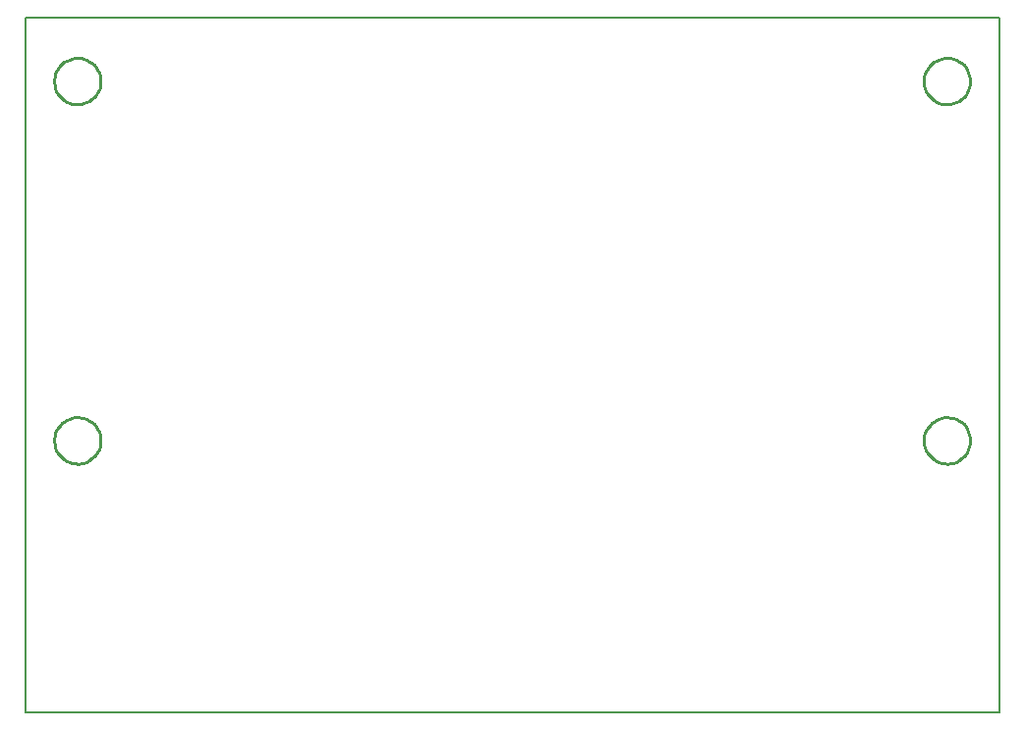
<source format=gm1>
G04*
G04 #@! TF.GenerationSoftware,Altium Limited,Altium Designer,21.3.2 (30)*
G04*
G04 Layer_Color=16711935*
%FSLAX25Y25*%
%MOIN*%
G70*
G04*
G04 #@! TF.SameCoordinates,C5F37314-CDAC-41E9-AC7F-4832BFE522EA*
G04*
G04*
G04 #@! TF.FilePolarity,Positive*
G04*
G01*
G75*
%ADD11C,0.00500*%
%ADD12C,0.01000*%
D11*
X31496Y43307D02*
X362205D01*
X31496Y279528D02*
X362205D01*
Y43307D02*
Y279528D01*
X31496Y43307D02*
Y279528D01*
D12*
X57087Y135827D02*
X57022Y136834D01*
X56829Y137824D01*
X56511Y138782D01*
X56073Y139691D01*
X55523Y140536D01*
X54869Y141305D01*
X54122Y141983D01*
X53294Y142560D01*
X52400Y143027D01*
X51453Y143375D01*
X50469Y143600D01*
X49465Y143697D01*
X48456Y143664D01*
X47460Y143503D01*
X46493Y143216D01*
X45570Y142808D01*
X44708Y142285D01*
X43919Y141656D01*
X43217Y140931D01*
X42614Y140122D01*
X42118Y139243D01*
X41740Y138308D01*
X41484Y137332D01*
X41355Y136331D01*
Y135322D01*
X41484Y134322D01*
X41740Y133346D01*
X42118Y132410D01*
X42614Y131531D01*
X43217Y130723D01*
X43919Y129998D01*
X44708Y129369D01*
X45570Y128846D01*
X46493Y128437D01*
X47460Y128150D01*
X48456Y127989D01*
X49465Y127957D01*
X50469Y128054D01*
X51453Y128278D01*
X52400Y128627D01*
X53294Y129093D01*
X54122Y129671D01*
X54869Y130349D01*
X55523Y131117D01*
X56073Y131963D01*
X56511Y132872D01*
X56829Y133829D01*
X57022Y134820D01*
X57087Y135827D01*
X352362Y135827D02*
X352298Y136834D01*
X352105Y137824D01*
X351787Y138782D01*
X351349Y139691D01*
X350799Y140536D01*
X350145Y141305D01*
X349398Y141983D01*
X348570Y142560D01*
X347675Y143027D01*
X346729Y143375D01*
X345745Y143600D01*
X344741Y143697D01*
X343732Y143664D01*
X342736Y143503D01*
X341769Y143216D01*
X340846Y142808D01*
X339983Y142285D01*
X339194Y141656D01*
X338492Y140931D01*
X337889Y140122D01*
X337394Y139243D01*
X337015Y138308D01*
X336759Y137332D01*
X336630Y136331D01*
Y135322D01*
X336759Y134322D01*
X337015Y133346D01*
X337394Y132410D01*
X337889Y131531D01*
X338492Y130723D01*
X339194Y129998D01*
X339983Y129369D01*
X340846Y128846D01*
X341769Y128437D01*
X342736Y128150D01*
X343732Y127989D01*
X344741Y127957D01*
X345745Y128054D01*
X346729Y128278D01*
X347675Y128627D01*
X348570Y129093D01*
X349398Y129671D01*
X350145Y130349D01*
X350799Y131117D01*
X351349Y131963D01*
X351787Y132872D01*
X352105Y133829D01*
X352298Y134820D01*
X352362Y135827D01*
Y257874D02*
X352298Y258881D01*
X352105Y259871D01*
X351787Y260829D01*
X351349Y261738D01*
X350799Y262583D01*
X350145Y263352D01*
X349398Y264030D01*
X348570Y264607D01*
X347675Y265074D01*
X346729Y265423D01*
X345745Y265647D01*
X344741Y265744D01*
X343732Y265712D01*
X342736Y265551D01*
X341769Y265264D01*
X340846Y264855D01*
X339983Y264332D01*
X339194Y263703D01*
X338492Y262978D01*
X337889Y262170D01*
X337394Y261290D01*
X337015Y260355D01*
X336759Y259379D01*
X336630Y258379D01*
Y257369D01*
X336759Y256369D01*
X337015Y255393D01*
X337394Y254458D01*
X337889Y253578D01*
X338492Y252770D01*
X339194Y252045D01*
X339983Y251416D01*
X340846Y250893D01*
X341769Y250484D01*
X342736Y250197D01*
X343732Y250036D01*
X344741Y250004D01*
X345745Y250101D01*
X346729Y250325D01*
X347675Y250674D01*
X348570Y251141D01*
X349398Y251718D01*
X350145Y252396D01*
X350799Y253165D01*
X351349Y254010D01*
X351787Y254919D01*
X352105Y255877D01*
X352298Y256867D01*
X352362Y257874D01*
X57087Y257874D02*
X57022Y258881D01*
X56829Y259871D01*
X56511Y260829D01*
X56073Y261738D01*
X55523Y262583D01*
X54869Y263352D01*
X54122Y264030D01*
X53294Y264607D01*
X52400Y265074D01*
X51453Y265423D01*
X50469Y265647D01*
X49465Y265744D01*
X48456Y265712D01*
X47460Y265551D01*
X46493Y265264D01*
X45570Y264855D01*
X44708Y264332D01*
X43919Y263703D01*
X43217Y262978D01*
X42614Y262170D01*
X42118Y261290D01*
X41740Y260355D01*
X41484Y259379D01*
X41355Y258379D01*
Y257369D01*
X41484Y256369D01*
X41740Y255393D01*
X42118Y254458D01*
X42614Y253578D01*
X43217Y252770D01*
X43919Y252045D01*
X44708Y251416D01*
X45570Y250893D01*
X46493Y250484D01*
X47460Y250197D01*
X48456Y250036D01*
X49465Y250004D01*
X50469Y250101D01*
X51453Y250325D01*
X52400Y250674D01*
X53294Y251141D01*
X54122Y251718D01*
X54869Y252396D01*
X55523Y253165D01*
X56073Y254010D01*
X56511Y254919D01*
X56829Y255877D01*
X57022Y256867D01*
X57087Y257874D01*
M02*

</source>
